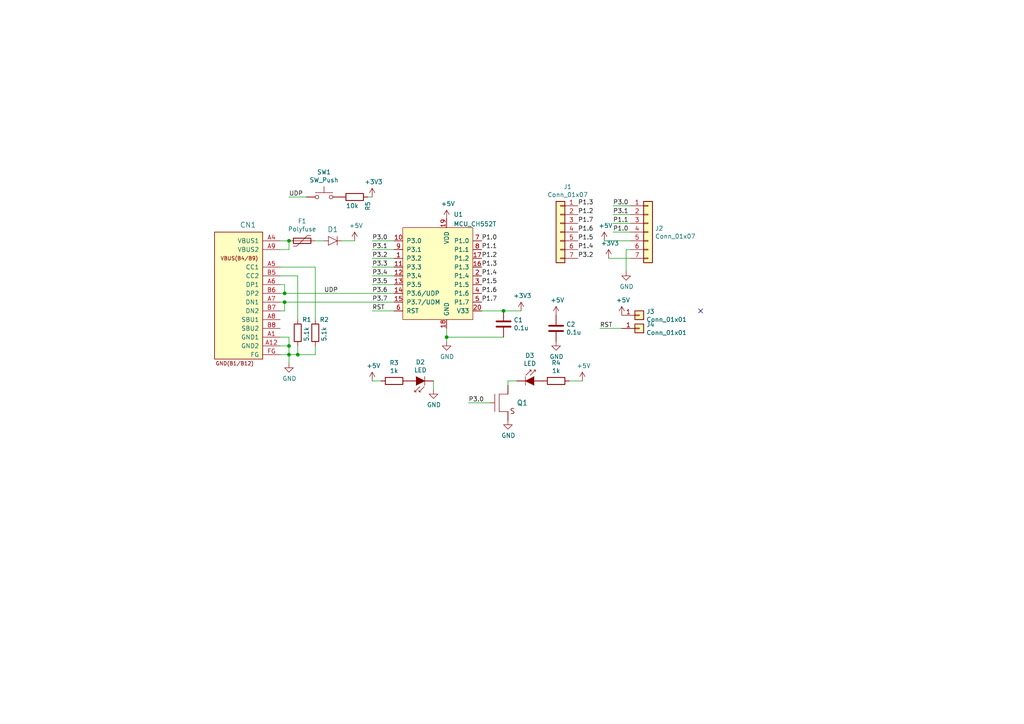
<source format=kicad_sch>
(kicad_sch (version 20211123) (generator eeschema)
  (paper "A4")
  (lib_symbols
    (symbol "Connector_Generic:Conn_01x01" (pin_names (offset 1.016) hide)
      (property "Reference" "J" (at 0 2.54 0))
      (property "Value" "Conn_01x01" (at 0 -2.54 0))
      (symbol "Conn_01x01_1_1"
        (rectangle (start -1.27 0.127) (end 0 -0.127) (stroke (width 0.1524)))
        (rectangle (start -1.27 1.27) (end 1.27 -1.27) (stroke (width 0.254)) (fill (type background)))
        (pin passive line (at -5.08 0 0) (length 3.81) (name "Pin_1") (number "1"))
      )
    )
    (symbol "Connector_Generic:Conn_01x07" (pin_names (offset 1.016) hide)
      (property "Reference" "J" (at 0 10.16 0))
      (property "Value" "Conn_01x07" (at 0 -10.16 0))
      (symbol "Conn_01x07_1_1"
        (rectangle (start -1.27 -7.493) (end 0 -7.747) (stroke (width 0.1524)))
        (rectangle (start -1.27 -4.953) (end 0 -5.207) (stroke (width 0.1524)))
        (rectangle (start -1.27 -2.413) (end 0 -2.667) (stroke (width 0.1524)))
        (rectangle (start -1.27 0.127) (end 0 -0.127) (stroke (width 0.1524)))
        (rectangle (start -1.27 2.667) (end 0 2.413) (stroke (width 0.1524)))
        (rectangle (start -1.27 5.207) (end 0 4.953) (stroke (width 0.1524)))
        (rectangle (start -1.27 7.747) (end 0 7.493) (stroke (width 0.1524)))
        (rectangle (start -1.27 8.89) (end 1.27 -8.89) (stroke (width 0.254)) (fill (type background)))
        (pin passive line (at -5.08 7.62 0) (length 3.81) (name "Pin_1") (number "1"))
        (pin passive line (at -5.08 5.08 0) (length 3.81) (name "Pin_2") (number "2"))
        (pin passive line (at -5.08 2.54 0) (length 3.81) (name "Pin_3") (number "3"))
        (pin passive line (at -5.08 0 0) (length 3.81) (name "Pin_4") (number "4"))
        (pin passive line (at -5.08 -2.54 0) (length 3.81) (name "Pin_5") (number "5"))
        (pin passive line (at -5.08 -5.08 0) (length 3.81) (name "Pin_6") (number "6"))
        (pin passive line (at -5.08 -7.62 0) (length 3.81) (name "Pin_7") (number "7"))
      )
    )
    (symbol "Device:C" (pin_numbers hide) (pin_names (offset 0.254))
      (property "Reference" "C" (at 0.635 2.54 0))
      (property "Value" "C" (at 0.635 -2.54 0))
      (symbol "C_0_1"
        (polyline (pts (xy -2.032 -0.762) (xy 2.032 -0.762)) (stroke (width 0.508)))
        (polyline (pts (xy -2.032 0.762) (xy 2.032 0.762)) (stroke (width 0.508)))
      )
      (symbol "C_1_1"
        (pin passive line (at 0 3.81 270) (length 2.794) (name "~") (number "1"))
        (pin passive line (at 0 -3.81 90) (length 2.794) (name "~") (number "2"))
      )
    )
    (symbol "Device:Polyfuse" (pin_numbers hide) (pin_names (offset 0))
      (property "Reference" "F" (at -2.54 0 90))
      (property "Value" "Polyfuse" (at 2.54 0 90))
      (symbol "Polyfuse_0_1"
        (rectangle (start -0.762 2.54) (end 0.762 -2.54) (stroke (width 0.254)))
        (polyline (pts (xy 0 2.54) (xy 0 -2.54)))
        (polyline (pts (xy -1.524 2.54) (xy -1.524 1.524) (xy 1.524 -1.524) (xy 1.524 -2.54)))
      )
      (symbol "Polyfuse_1_1"
        (pin passive line (at 0 3.81 270) (length 1.27) (name "~") (number "1"))
        (pin passive line (at 0 -3.81 90) (length 1.27) (name "~") (number "2"))
      )
    )
    (symbol "Device:R" (pin_numbers hide) (pin_names (offset 0))
      (property "Reference" "R" (at 2.032 0 90))
      (property "Value" "R" (at 0 0 90))
      (symbol "R_0_1"
        (rectangle (start -1.016 -2.54) (end 1.016 2.54) (stroke (width 0.254)))
      )
      (symbol "R_1_1"
        (pin passive line (at 0 3.81 270) (length 1.27) (name "~") (number "1"))
        (pin passive line (at 0 -3.81 90) (length 1.27) (name "~") (number "2"))
      )
    )
    (symbol "Switch:SW_Push" (pin_numbers hide) (pin_names (offset 1.016) hide)
      (property "Reference" "SW" (at 1.27 2.54 0))
      (property "Value" "SW_Push" (at 0 -1.524 0))
      (symbol "SW_Push_0_1"
        (circle (center -2.032 0) (radius 0.508))
        (polyline (pts (xy 0 1.27) (xy 0 3.048)))
        (polyline (pts (xy 2.54 1.27) (xy -2.54 1.27)))
        (circle (center 2.032 0) (radius 0.508))
        (pin passive line (at -5.08 0 0) (length 2.54) (name "1") (number "1"))
        (pin passive line (at 5.08 0 180) (length 2.54) (name "2") (number "2"))
      )
    )
    (symbol "akita:CON_USB-C-16" (pin_names (offset 1.016))
      (property "Reference" "CN" (at -7.62 20.32 0))
      (symbol "CON_USB-C-16_1_0"
        (text "GND(B1/B12)" (at -5.08 -17.78 0) (effects (font (size 1.0668 1.0668)) (justify left)))
        (text "VBUS(B4/B9)" (at -6.35 12.7 0) (effects (font (size 1.0668 1.0668)) (justify left)))
        (pin bidirectional line (at -12.7 -10.16 0) (length 5.08) (name "GND1") (number "A1"))
        (pin bidirectional line (at -12.7 -12.7 0) (length 5.08) (name "GND2") (number "A12"))
        (pin bidirectional line (at -12.7 17.78 0) (length 5.08) (name "VBUS1") (number "A4"))
        (pin bidirectional line (at -12.7 10.16 0) (length 5.08) (name "CC1") (number "A5"))
        (pin bidirectional line (at -12.7 5.08 0) (length 5.08) (name "DP1") (number "A6"))
        (pin bidirectional line (at -12.7 0 0) (length 5.08) (name "DN1") (number "A7"))
        (pin bidirectional line (at -12.7 -5.08 0) (length 5.08) (name "SBU1") (number "A8"))
        (pin bidirectional line (at -12.7 15.24 0) (length 5.08) (name "VBUS2") (number "A9"))
        (pin bidirectional line (at -12.7 7.62 0) (length 5.08) (name "CC2") (number "B5"))
        (pin bidirectional line (at -12.7 2.54 0) (length 5.08) (name "DP2") (number "B6"))
        (pin bidirectional line (at -12.7 -2.54 0) (length 5.08) (name "DN2") (number "B7"))
        (pin bidirectional line (at -12.7 -7.62 0) (length 5.08) (name "SBU2") (number "B8"))
      )
      (symbol "CON_USB-C-16_1_1"
        (rectangle (start -7.62 20.32) (end 6.35 -16.51) (stroke (width 0.2032)) (fill (type background)))
        (pin power_in line (at -12.7 -15.24 0) (length 5.08) (name "FG") (number "FG"))
      )
    )
    (symbol "akita:DIODE" (pin_names (offset 1.016))
      (property "Reference" "D" (at -2.54 2.54 0))
      (symbol "DIODE_1_0"
        (polyline (pts (xy -2.54 0) (xy -1.27 0)))
        (polyline (pts (xy -1.27 -1.27) (xy 1.27 0)))
        (polyline (pts (xy -1.27 0) (xy -1.27 -1.27)))
        (polyline (pts (xy -1.27 1.27) (xy -1.27 0)))
        (polyline (pts (xy 1.27 0) (xy -1.27 1.27)))
        (polyline (pts (xy 1.27 0) (xy 1.27 -1.27)))
        (polyline (pts (xy 1.27 1.27) (xy 1.27 0)))
        (polyline (pts (xy 2.54 0) (xy 1.27 0)))
        (pin passive line (at -2.54 0 0) (length 0) (name "A") (number "A"))
        (pin passive line (at 2.54 0 180) (length 0) (name "K") (number "K"))
      )
    )
    (symbol "akita:LED" (pin_numbers hide) (pin_names (offset 1.016) hide)
      (property "Reference" "D" (at 0.508 1.778 0))
      (property "Value" "LED" (at -1.016 -2.794 0))
      (symbol "LED_0_1"
        (polyline (pts (xy -2.54 1.27) (xy -2.54 -1.27)) (stroke (width 0.1524)))
        (polyline (pts (xy 0.381 3.175) (xy -0.127 3.175)))
        (polyline (pts (xy -1.143 1.651) (xy 0.381 3.175) (xy 0.381 2.667)))
        (polyline (pts (xy 0 1.27) (xy -2.54 0) (xy 0 -1.27)) (fill (type outline)))
        (polyline (pts (xy -2.413 1.651) (xy -0.889 3.175) (xy -0.889 2.667) (xy -0.889 3.175) (xy -1.397 3.175)))
      )
      (symbol "LED_1_1"
        (pin passive line (at -5.08 0 0) (length 2.54) (name "K") (number "1"))
        (pin passive line (at 2.54 0 180) (length 2.54) (name "A") (number "2"))
      )
    )
    (symbol "akita:MCU_CH552T" (pin_names (offset 1.016))
      (property "Reference" "U" (at 13.97 -2.54 0))
      (property "Value" "MCU_CH552T" (at 10.16 -13.97 0))
      (symbol "MCU_CH552T_0_1"
        (rectangle (start -10.16 13.97) (end 10.16 -12.7) (fill (type background)))
      )
      (symbol "MCU_CH552T_1_1"
        (pin input line (at -12.7 5.08 0) (length 2.54) (name "P3.2") (number "1"))
        (pin input line (at -12.7 10.16 0) (length 2.54) (name "P3.0") (number "10"))
        (pin input line (at -12.7 2.54 0) (length 2.54) (name "P3.3") (number "11"))
        (pin input line (at -12.7 0 0) (length 2.54) (name "P3.4") (number "12"))
        (pin input line (at -12.7 -2.54 0) (length 2.54) (name "P3.5") (number "13"))
        (pin input line (at -12.7 -5.08 0) (length 2.54) (name "P3.6/UDP") (number "14"))
        (pin input line (at -12.7 -7.62 0) (length 2.54) (name "P3.7/UDM") (number "15"))
        (pin input line (at 12.7 2.54 180) (length 2.54) (name "P1.3") (number "16"))
        (pin input line (at 12.7 5.08 180) (length 2.54) (name "P1.2") (number "17"))
        (pin power_in line (at 2.54 -15.24 90) (length 2.54) (name "GND") (number "18"))
        (pin power_in line (at 2.54 16.51 270) (length 2.54) (name "VDD") (number "19"))
        (pin bidirectional line (at 12.7 0 180) (length 2.54) (name "P1.4") (number "2"))
        (pin power_out line (at 12.7 -10.16 180) (length 2.54) (name "V33") (number "20"))
        (pin bidirectional line (at 12.7 -2.54 180) (length 2.54) (name "P1.5") (number "3"))
        (pin bidirectional line (at 12.7 -5.08 180) (length 2.54) (name "P1.6") (number "4"))
        (pin bidirectional line (at 12.7 -7.62 180) (length 2.54) (name "P1.7") (number "5"))
        (pin input line (at -12.7 -10.16 0) (length 2.54) (name "RST") (number "6"))
        (pin input line (at 12.7 10.16 180) (length 2.54) (name "P1.0") (number "7"))
        (pin input line (at 12.7 7.62 180) (length 2.54) (name "P1.1") (number "8"))
        (pin input line (at -12.7 7.62 0) (length 2.54) (name "P3.1") (number "9"))
      )
    )
    (symbol "akita:TR_NMOS_IRLML6344" (pin_names (offset 1.016))
      (property "Reference" "Q" (at 3.048 0.508 0))
      (symbol "TR_NMOS_IRLML6344_1_0"
        (polyline (pts (xy -2.54 0) (xy -1.27 0)))
        (polyline (pts (xy -1.27 2.54) (xy -1.27 -2.54)))
        (polyline (pts (xy 0 -2.54) (xy 2.54 -2.54)))
        (polyline (pts (xy 0 2.54) (xy 0 -2.54)))
        (polyline (pts (xy 2.54 2.54) (xy 0 2.54)))
        (text "S" (at 3.048 -3.302 0) (effects (font (size 1.4986 1.4986)) (justify left bottom)))
        (pin bidirectional line (at -2.54 0 0) (length 0) (name "G") (number "1"))
        (pin bidirectional line (at 2.54 -5.08 90) (length 2.54) (name "S") (number "2"))
        (pin bidirectional line (at 2.54 5.08 270) (length 2.54) (name "D") (number "3"))
      )
    )
    (symbol "power:+3V3" (power) (pin_names (offset 0))
      (property "Value" "+3V3" (at 0 3.556 0))
      (symbol "+3V3_0_1"
        (polyline (pts (xy -0.762 1.27) (xy 0 2.54)))
        (polyline (pts (xy 0 0) (xy 0 2.54)))
        (polyline (pts (xy 0 2.54) (xy 0.762 1.27)))
      )
      (symbol "+3V3_1_1"
        (pin power_in line (at 0 0 90) (length 0) hide (name "+3V3") (number "1"))
      )
    )
    (symbol "power:+5V" (power) (pin_names (offset 0))
      (property "Value" "+5V" (at 0 3.556 0))
      (symbol "+5V_0_1"
        (polyline (pts (xy -0.762 1.27) (xy 0 2.54)))
        (polyline (pts (xy 0 0) (xy 0 2.54)))
        (polyline (pts (xy 0 2.54) (xy 0.762 1.27)))
      )
      (symbol "+5V_1_1"
        (pin power_in line (at 0 0 90) (length 0) hide (name "+5V") (number "1"))
      )
    )
    (symbol "power:GND" (power) (pin_names (offset 0))
      (property "Value" "GND" (at 0 -3.81 0))
      (symbol "GND_0_1"
        (polyline (pts (xy 0 0) (xy 0 -1.27) (xy 1.27 -1.27) (xy 0 -2.54) (xy -1.27 -1.27) (xy 0 -1.27)))
      )
      (symbol "GND_1_1"
        (pin power_in line (at 0 0 270) (length 0) hide (name "GND") (number "1"))
      )
    )
  )
  (junction (at 82.55 85.09))
  (junction (at 82.55 87.63))
  (junction (at 83.82 102.87))
  (junction (at 83.82 69.85))
  (junction (at 146.05 90.17))
  (junction (at 86.36 102.87))
  (junction (at 129.54 97.79))
  (junction (at 83.82 100.33))
  (no_connect (at 203.2 90.17))
  (wire (pts (xy 129.54 99.06) (xy 129.54 97.79)))
  (wire (pts (xy 81.28 82.55) (xy 82.55 82.55)))
  (wire (pts (xy 83.82 97.79) (xy 83.82 100.33)))
  (wire (pts (xy 82.55 87.63) (xy 114.3 87.63)))
  (wire (pts (xy 81.28 85.09) (xy 82.55 85.09)))
  (wire (pts (xy 99.06 69.85) (xy 102.87 69.85)))
  (wire (pts (xy 81.28 69.85) (xy 83.82 69.85)))
  (wire (pts (xy 82.55 85.09) (xy 114.3 85.09)))
  (wire (pts (xy 91.44 69.85) (xy 93.98 69.85)))
  (wire (pts (xy 86.36 102.87) (xy 91.44 102.87)))
  (wire (pts (xy 180.34 95.25) (xy 173.99 95.25)))
  (wire (pts (xy 177.8 62.23) (xy 182.88 62.23)))
  (wire (pts (xy 182.88 59.69) (xy 177.8 59.69)))
  (wire (pts (xy 114.3 72.39) (xy 107.95 72.39)))
  (wire (pts (xy 86.36 80.01) (xy 86.36 92.71)))
  (wire (pts (xy 81.28 102.87) (xy 83.82 102.87)))
  (wire (pts (xy 181.61 72.39) (xy 181.61 78.74)))
  (wire (pts (xy 86.36 102.87) (xy 86.36 100.33)))
  (wire (pts (xy 182.88 67.31) (xy 177.8 67.31)))
  (wire (pts (xy 182.88 69.85) (xy 175.26 69.85)))
  (wire (pts (xy 147.32 110.49) (xy 147.32 111.76)))
  (wire (pts (xy 83.82 72.39) (xy 83.82 69.85)))
  (wire (pts (xy 91.44 102.87) (xy 91.44 100.33)))
  (wire (pts (xy 114.3 69.85) (xy 107.95 69.85)))
  (wire (pts (xy 81.28 100.33) (xy 83.82 100.33)))
  (wire (pts (xy 83.82 102.87) (xy 86.36 102.87)))
  (wire (pts (xy 146.05 90.17) (xy 151.13 90.17)))
  (wire (pts (xy 110.49 110.49) (xy 107.95 110.49)))
  (wire (pts (xy 81.28 72.39) (xy 83.82 72.39)))
  (wire (pts (xy 81.28 97.79) (xy 83.82 97.79)))
  (wire (pts (xy 82.55 90.17) (xy 82.55 87.63)))
  (wire (pts (xy 81.28 80.01) (xy 86.36 80.01)))
  (wire (pts (xy 182.88 72.39) (xy 181.61 72.39)))
  (wire (pts (xy 91.44 77.47) (xy 91.44 92.71)))
  (wire (pts (xy 139.7 90.17) (xy 146.05 90.17)))
  (wire (pts (xy 165.1 110.49) (xy 168.91 110.49)))
  (wire (pts (xy 81.28 77.47) (xy 91.44 77.47)))
  (wire (pts (xy 106.68 57.15) (xy 107.95 57.15)))
  (wire (pts (xy 83.82 102.87) (xy 83.82 105.41)))
  (wire (pts (xy 149.86 110.49) (xy 147.32 110.49)))
  (wire (pts (xy 107.95 82.55) (xy 114.3 82.55)))
  (wire (pts (xy 114.3 77.47) (xy 107.95 77.47)))
  (wire (pts (xy 83.82 100.33) (xy 83.82 102.87)))
  (wire (pts (xy 129.54 97.79) (xy 129.54 95.25)))
  (wire (pts (xy 81.28 90.17) (xy 82.55 90.17)))
  (wire (pts (xy 125.73 113.03) (xy 125.73 110.49)))
  (wire (pts (xy 182.88 74.93) (xy 176.53 74.93)))
  (wire (pts (xy 142.24 116.84) (xy 135.89 116.84)))
  (wire (pts (xy 81.28 87.63) (xy 82.55 87.63)))
  (wire (pts (xy 88.9 57.15) (xy 83.82 57.15)))
  (wire (pts (xy 114.3 74.93) (xy 107.95 74.93)))
  (wire (pts (xy 107.95 90.17) (xy 114.3 90.17)))
  (wire (pts (xy 114.3 80.01) (xy 107.95 80.01)))
  (wire (pts (xy 146.05 97.79) (xy 129.54 97.79)))
  (wire (pts (xy 182.88 64.77) (xy 177.8 64.77)))
  (wire (pts (xy 82.55 82.55) (xy 82.55 85.09)))
  (label "P1.7" (at 167.64 64.77 0))
  (label "P3.6" (at 107.95 85.09 0))
  (label "RST" (at 173.99 95.25 0))
  (label "P1.5" (at 139.7 82.55 0))
  (label "P3.7" (at 107.95 87.63 0))
  (label "P1.1" (at 139.7 72.39 0))
  (label "P3.2" (at 167.64 74.93 0))
  (label "P3.4" (at 107.95 80.01 0))
  (label "P1.2" (at 139.7 74.93 0))
  (label "UDP" (at 83.82 57.15 0))
  (label "P1.7" (at 139.7 87.63 0))
  (label "RST" (at 107.95 90.17 0))
  (label "P1.3" (at 167.64 59.69 0))
  (label "P1.4" (at 139.7 80.01 0))
  (label "P3.0" (at 177.8 59.69 0))
  (label "P1.6" (at 167.64 67.31 0))
  (label "P1.2" (at 167.64 62.23 0))
  (label "P1.6" (at 139.7 85.09 0))
  (label "P3.5" (at 107.95 82.55 0))
  (label "P1.3" (at 139.7 77.47 0))
  (label "P1.1" (at 177.8 64.77 0))
  (label "P1.0" (at 139.7 69.85 0))
  (label "P3.1" (at 107.95 72.39 0))
  (label "P1.4" (at 167.64 72.39 0))
  (label "P3.2" (at 107.95 74.93 0))
  (label "P3.3" (at 107.95 77.47 0))
  (label "P1.0" (at 177.8 67.31 0))
  (label "P3.1" (at 177.8 62.23 0))
  (label "P1.5" (at 167.64 69.85 0))
  (label "P3.0" (at 107.95 69.85 0))
  (label "P3.0" (at 135.89 116.84 0))
  (label "UDP" (at 93.98 85.09 0))
  (symbol (lib_id "power:+5V") (at 129.54 63.5 0) (unit 1)
    (property "Reference" "#PWR05" (effects hide))
    (property "Value" "+5V" (at 129.921 59.1058 0))
  )
  (symbol (lib_id "power:GND") (at 129.54 99.06 0) (unit 1)
    (property "Reference" "#PWR06" (effects hide))
    (property "Value" "GND" (at 129.667 103.4542 0))
  )
  (symbol (lib_id "power:+3V3") (at 151.13 90.17 0) (unit 1)
    (property "Reference" "#PWR07" (effects hide))
    (property "Value" "+3V3" (at 151.511 85.7758 0))
  )
  (symbol (lib_id "akita:CON_USB-C-16") (at 68.58 87.63 0) (mirror y) (unit 1)
    (property "Reference" "CN1" (at 71.9328 65.2272 0) (effects (font (size 1.4986 1.4986))))
    (property "Value" "CON_USB-C-16" (effects hide))
    (property "Footprint" "akita:USB-C_16P_TH" (effects hide))
  )
  (symbol (lib_id "Device:R") (at 86.36 96.52 0) (unit 1)
    (property "Reference" "R1" (at 87.63 92.71 0) (effects (justify left)))
    (property "Value" "5.1k" (at 88.9 99.06 90) (effects (justify left)))
    (property "Footprint" "Resistor_SMD:R_0603_1608Metric" (effects hide))
  )
  (symbol (lib_id "Device:C") (at 146.05 93.98 0) (unit 1)
    (property "Reference" "C1" (at 148.971 92.8116 0) (effects (justify left)))
    (property "Value" "0.1u" (at 148.971 95.123 0) (effects (justify left)))
    (property "Footprint" "Capacitor_SMD:C_0603_1608Metric" (effects hide))
  )
  (symbol (lib_id "power:+5V") (at 175.26 69.85 0) (unit 1)
    (property "Reference" "#PWR0105" (effects hide))
    (property "Value" "+5V" (at 175.641 65.4558 0))
  )
  (symbol (lib_id "Device:R") (at 91.44 96.52 0) (unit 1)
    (property "Reference" "R2" (at 92.71 92.71 0) (effects (justify left)))
    (property "Value" "5.1k" (at 93.98 99.06 90) (effects (justify left)))
    (property "Footprint" "Resistor_SMD:R_0603_1608Metric" (effects hide))
  )
  (symbol (lib_id "power:+5V") (at 102.87 69.85 0) (unit 1)
    (property "Reference" "#PWR02" (effects hide))
    (property "Value" "+5V" (at 103.251 65.4558 0))
  )
  (symbol (lib_id "power:+3V3") (at 176.53 74.93 0) (unit 1)
    (property "Reference" "#PWR0106" (effects hide))
    (property "Value" "+3V3" (at 176.911 70.5358 0))
  )
  (symbol (lib_id "power:GND") (at 83.82 105.41 0) (unit 1)
    (property "Reference" "#PWR01" (effects hide))
    (property "Value" "GND" (at 83.947 109.8042 0))
  )
  (symbol (lib_id "Device:Polyfuse") (at 87.63 69.85 270) (unit 1)
    (property "Reference" "F1" (at 87.63 64.135 90))
    (property "Value" "Polyfuse" (at 87.63 66.4464 90))
    (property "Footprint" "Resistor_SMD:R_1210_3225Metric" (effects hide))
  )
  (symbol (lib_id "power:GND") (at 161.29 99.06 0) (unit 1)
    (property "Reference" "#PWR09" (effects hide))
    (property "Value" "GND" (at 161.417 103.4542 0))
  )
  (symbol (lib_id "Device:C") (at 161.29 95.25 0) (unit 1)
    (property "Reference" "C2" (at 164.211 94.0816 0) (effects (justify left)))
    (property "Value" "0.1u" (at 164.211 96.393 0) (effects (justify left)))
    (property "Footprint" "Capacitor_SMD:C_0603_1608Metric" (effects hide))
  )
  (symbol (lib_id "power:+5V") (at 161.29 91.44 0) (unit 1)
    (property "Reference" "#PWR08" (effects hide))
    (property "Value" "+5V" (at 161.671 87.0458 0))
  )
  (symbol (lib_id "akita:LED") (at 120.65 110.49 180) (unit 1)
    (property "Reference" "D2" (at 121.92 105.029 0))
    (property "Value" "LED" (at 121.92 107.3404 0))
    (property "Footprint" "LED_SMD:LED_0603_1608Metric" (effects hide))
    (property "Datasheet" "http://www.osram-os.com/Graphics/XPic6/00029609_0.pdf/SFh%20460.pdf" (effects hide))
  )
  (symbol (lib_id "power:+5V") (at 107.95 110.49 0) (unit 1)
    (property "Reference" "#PWR03" (effects hide))
    (property "Value" "+5V" (at 108.331 106.0958 0))
  )
  (symbol (lib_id "Device:R") (at 114.3 110.49 270) (unit 1)
    (property "Reference" "R3" (at 114.3 105.2322 90))
    (property "Value" "1k" (at 114.3 107.5436 90))
    (property "Footprint" "Resistor_SMD:R_0603_1608Metric" (effects hide))
  )
  (symbol (lib_id "power:GND") (at 125.73 113.03 0) (unit 1)
    (property "Reference" "#PWR04" (effects hide))
    (property "Value" "GND" (at 125.857 117.4242 0))
  )
  (symbol (lib_id "akita:TR_NMOS_IRLML6344") (at 144.78 116.84 0) (unit 1)
    (property "Reference" "Q1" (at 149.86 116.84 0) (effects (font (size 1.4986 1.4986)) (justify left)))
    (property "Value" "TR_NMOS_IRLML6344" (effects hide))
    (property "Footprint" "Package_TO_SOT_SMD:SOT-23" (effects hide))
  )
  (symbol (lib_id "akita:LED") (at 154.94 110.49 0) (unit 1)
    (property "Reference" "D3" (at 153.67 103.124 0))
    (property "Value" "LED" (at 153.67 105.4354 0))
    (property "Footprint" "LED_SMD:LED_0603_1608Metric" (effects hide))
    (property "Datasheet" "http://www.osram-os.com/Graphics/XPic6/00029609_0.pdf/SFh%20460.pdf" (effects hide))
  )
  (symbol (lib_id "Device:R") (at 161.29 110.49 270) (unit 1)
    (property "Reference" "R4" (at 161.29 105.2322 90))
    (property "Value" "1k" (at 161.29 107.5436 90))
    (property "Footprint" "Resistor_SMD:R_0603_1608Metric" (effects hide))
  )
  (symbol (lib_id "power:GND") (at 147.32 121.92 0) (unit 1)
    (property "Reference" "#PWR0101" (effects hide))
    (property "Value" "GND" (at 147.447 126.3142 0))
  )
  (symbol (lib_id "power:+5V") (at 168.91 110.49 0) (unit 1)
    (property "Reference" "#PWR0102" (effects hide))
    (property "Value" "+5V" (at 169.291 106.0958 0))
  )
  (symbol (lib_id "Connector_Generic:Conn_01x01") (at 185.42 95.25 0) (unit 1)
    (property "Reference" "J4" (at 187.452 94.1832 0) (effects (justify left)))
    (property "Value" "Conn_01x01" (at 187.452 96.4946 0) (effects (justify left)))
    (property "Footprint" "akita:Pad_SMD1.6mm" (effects hide))
  )
  (symbol (lib_id "Connector_Generic:Conn_01x01") (at 185.42 91.44 0) (unit 1)
    (property "Reference" "J3" (at 187.452 90.3732 0) (effects (justify left)))
    (property "Value" "Conn_01x01" (at 187.452 92.6846 0) (effects (justify left)))
    (property "Footprint" "akita:Pad_SMD1.6mm" (effects hide))
  )
  (symbol (lib_id "power:+5V") (at 180.34 91.44 0) (unit 1)
    (property "Reference" "#PWR0107" (effects hide))
    (property "Value" "+5V" (at 180.721 87.0458 0))
  )
  (symbol (lib_id "akita:DIODE") (at 96.52 69.85 0) (unit 1)
    (property "Reference" "D1" (at 96.52 66.548 0) (effects (font (size 1.4986 1.4986))))
    (property "Value" "DIODE" (effects hide))
    (property "Footprint" "akita:D_SOD123FL" (effects hide))
  )
  (symbol (lib_id "Switch:SW_Push") (at 93.98 57.15 0) (unit 1)
    (property "Reference" "SW1" (at 93.98 49.911 0))
    (property "Value" "SW_Push" (at 93.98 52.2224 0))
    (property "Footprint" "Button_Switch_SMD:SW_Push_SPST_NO_Alps_SKRK" (effects hide))
  )
  (symbol (lib_id "Device:R") (at 102.87 57.15 270) (unit 1)
    (property "Reference" "R5" (at 106.68 58.42 0) (effects (justify left)))
    (property "Value" "10k" (at 100.33 59.69 90) (effects (justify left)))
    (property "Footprint" "Resistor_SMD:R_0603_1608Metric" (effects hide))
  )
  (symbol (lib_id "power:+3V3") (at 107.95 57.15 0) (unit 1)
    (property "Reference" "#PWR0103" (effects hide))
    (property "Value" "+3V3" (at 108.331 52.7558 0))
  )
  (symbol (lib_id "Connector_Generic:Conn_01x07") (at 162.56 67.31 0) (mirror y) (unit 1)
    (property "Reference" "J1" (at 164.6428 54.1782 0))
    (property "Value" "Conn_01x07" (at 164.6428 56.4896 0))
    (property "Footprint" "akita:Socker2.54mm_7p_OvalPad" (effects hide))
  )
  (symbol (lib_id "Connector_Generic:Conn_01x07") (at 187.96 67.31 0) (unit 1)
    (property "Reference" "J2" (at 189.992 66.2432 0) (effects (justify left)))
    (property "Value" "Conn_01x07" (at 189.992 68.5546 0) (effects (justify left)))
    (property "Footprint" "akita:Socker2.54mm_7p_OvalPad" (effects hide))
  )
  (symbol (lib_id "power:GND") (at 181.61 78.74 0) (unit 1)
    (property "Reference" "#PWR0104" (effects hide))
    (property "Value" "GND" (at 181.737 83.1342 0))
  )
  (symbol (lib_id "akita:MCU_CH552T") (at 127 80.01 0) (unit 1)
    (property "Reference" "U1" (at 131.5594 62.2005 0) (effects (justify left)))
    (property "Value" "MCU_CH552T" (at 131.5594 64.9756 0) (effects (justify left)))
    (property "Footprint" "Package_SO:TSSOP-20_4.4x6.5mm_P0.65mm" (effects hide))
  )
)
</source>
